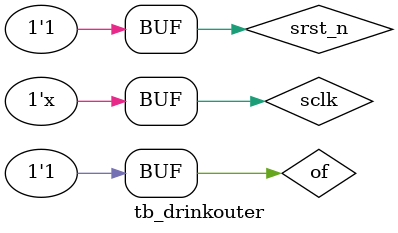
<source format=v>

`timescale 10ns / 10ns
module tb_drinkouter ();
	/////////////////////////////////////////////
	// parameter and signals
	/////////////////////////////////////////////
	// parameter

	// regs or wires
	reg sclk = 0;
	reg srst_n = 0;
	/////////////////////////////////////////////
	// main code
	/////////////////////////////////////////////
	// System clock
	always #10 sclk = ~sclk;

	//inital
	initial begin
		#0
			srst_n = 0;
		#30
			srst_n = 1;
		#200
			srst_n = 0;
		#30
			srst_n = 1;
	end

	reg of;
	wire ctl;
	wire flag;

	initial begin
		#0
			of = 1;
		#50
			of = 0;
		#10
			of = 1;
		#250
			of = 0;
		#10
			of = 1;
	end

	// models
	drinkouter do_inst (
			    .en(srst_n),
			    .drink_out_fin(of),
			    .drink_contral(ctl),
			    .flag(flag)
    			    );

	/////////////////////////////////////////////
	// code end
	/////////////////////////////////////////////
endmodule

</source>
